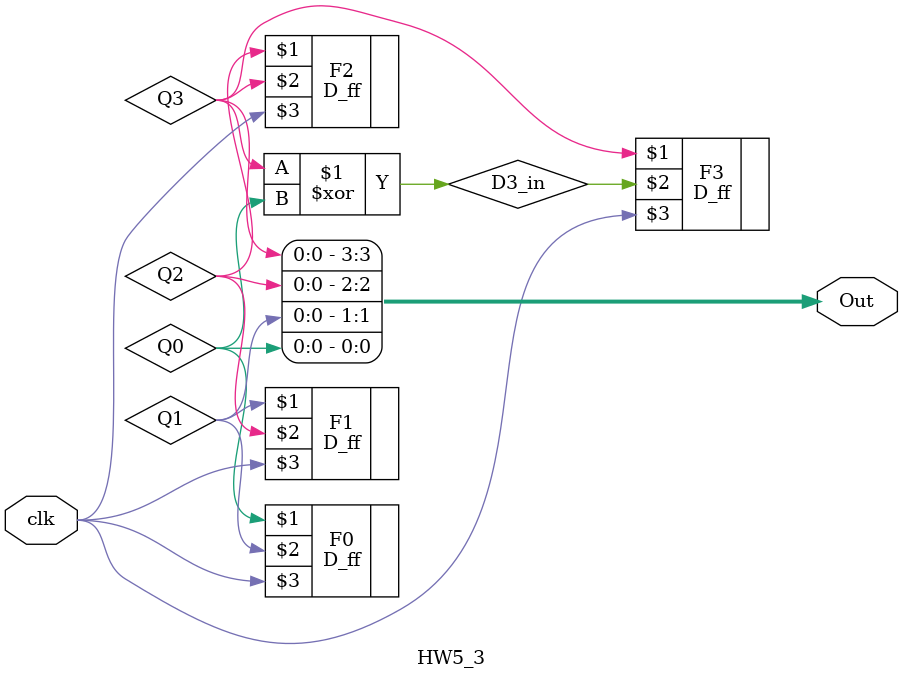
<source format=v>
`timescale 1ns / 1ps

module HW5_3(Out, clk);
output [3:0] Out;
input clk;

wire D3_in;
wire Q3, Q2, Q1, Q0;

xor (D3_in, Q3, Q0);
D_ff F3 (Q3,D3_in,clk);
D_ff F2 (Q2,Q3,clk);
D_ff F1 (Q1,Q2,clk);
D_ff F0 (Q0,Q1,clk);
assign Out = {Q3,Q2,Q1,Q0};
endmodule

</source>
